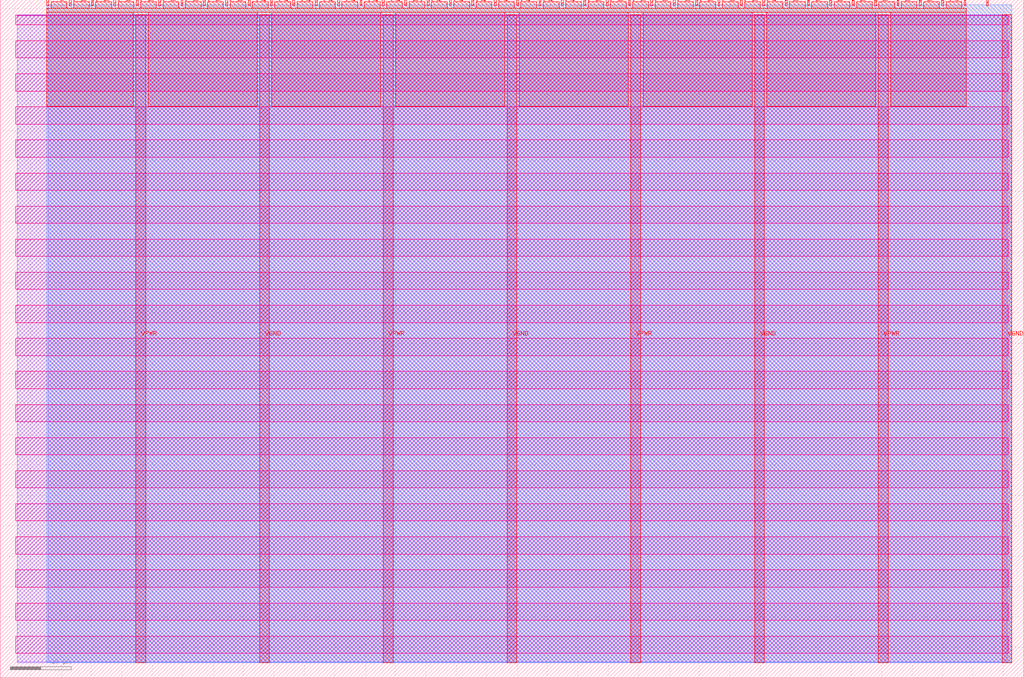
<source format=lef>
VERSION 5.7 ;
  NOWIREEXTENSIONATPIN ON ;
  DIVIDERCHAR "/" ;
  BUSBITCHARS "[]" ;
MACRO tt_um_led_multiplexer_display
  CLASS BLOCK ;
  FOREIGN tt_um_led_multiplexer_display ;
  ORIGIN 0.000 0.000 ;
  SIZE 168.360 BY 111.520 ;
  PIN VGND
    DIRECTION INOUT ;
    USE GROUND ;
    PORT
      LAYER met4 ;
        RECT 42.670 2.480 44.270 109.040 ;
    END
    PORT
      LAYER met4 ;
        RECT 83.380 2.480 84.980 109.040 ;
    END
    PORT
      LAYER met4 ;
        RECT 124.090 2.480 125.690 109.040 ;
    END
    PORT
      LAYER met4 ;
        RECT 164.800 2.480 166.400 109.040 ;
    END
  END VGND
  PIN VPWR
    DIRECTION INOUT ;
    USE POWER ;
    PORT
      LAYER met4 ;
        RECT 22.315 2.480 23.915 109.040 ;
    END
    PORT
      LAYER met4 ;
        RECT 63.025 2.480 64.625 109.040 ;
    END
    PORT
      LAYER met4 ;
        RECT 103.735 2.480 105.335 109.040 ;
    END
    PORT
      LAYER met4 ;
        RECT 144.445 2.480 146.045 109.040 ;
    END
  END VPWR
  PIN clk
    DIRECTION INPUT ;
    USE SIGNAL ;
    ANTENNAGATEAREA 0.852000 ;
    PORT
      LAYER met4 ;
        RECT 158.550 110.520 158.850 111.520 ;
    END
  END clk
  PIN ena
    DIRECTION INPUT ;
    USE SIGNAL ;
    PORT
      LAYER met4 ;
        RECT 162.230 110.520 162.530 111.520 ;
    END
  END ena
  PIN rst_n
    DIRECTION INPUT ;
    USE SIGNAL ;
    ANTENNAGATEAREA 0.196500 ;
    PORT
      LAYER met4 ;
        RECT 154.870 110.520 155.170 111.520 ;
    END
  END rst_n
  PIN ui_in[0]
    DIRECTION INPUT ;
    USE SIGNAL ;
    ANTENNAGATEAREA 0.196500 ;
    PORT
      LAYER met4 ;
        RECT 151.190 110.520 151.490 111.520 ;
    END
  END ui_in[0]
  PIN ui_in[1]
    DIRECTION INPUT ;
    USE SIGNAL ;
    ANTENNAGATEAREA 0.196500 ;
    PORT
      LAYER met4 ;
        RECT 147.510 110.520 147.810 111.520 ;
    END
  END ui_in[1]
  PIN ui_in[2]
    DIRECTION INPUT ;
    USE SIGNAL ;
    ANTENNAGATEAREA 0.196500 ;
    PORT
      LAYER met4 ;
        RECT 143.830 110.520 144.130 111.520 ;
    END
  END ui_in[2]
  PIN ui_in[3]
    DIRECTION INPUT ;
    USE SIGNAL ;
    ANTENNAGATEAREA 0.196500 ;
    PORT
      LAYER met4 ;
        RECT 140.150 110.520 140.450 111.520 ;
    END
  END ui_in[3]
  PIN ui_in[4]
    DIRECTION INPUT ;
    USE SIGNAL ;
    ANTENNAGATEAREA 0.196500 ;
    PORT
      LAYER met4 ;
        RECT 136.470 110.520 136.770 111.520 ;
    END
  END ui_in[4]
  PIN ui_in[5]
    DIRECTION INPUT ;
    USE SIGNAL ;
    ANTENNAGATEAREA 0.196500 ;
    PORT
      LAYER met4 ;
        RECT 132.790 110.520 133.090 111.520 ;
    END
  END ui_in[5]
  PIN ui_in[6]
    DIRECTION INPUT ;
    USE SIGNAL ;
    ANTENNAGATEAREA 0.213000 ;
    PORT
      LAYER met4 ;
        RECT 129.110 110.520 129.410 111.520 ;
    END
  END ui_in[6]
  PIN ui_in[7]
    DIRECTION INPUT ;
    USE SIGNAL ;
    PORT
      LAYER met4 ;
        RECT 125.430 110.520 125.730 111.520 ;
    END
  END ui_in[7]
  PIN uio_in[0]
    DIRECTION INPUT ;
    USE SIGNAL ;
    PORT
      LAYER met4 ;
        RECT 121.750 110.520 122.050 111.520 ;
    END
  END uio_in[0]
  PIN uio_in[1]
    DIRECTION INPUT ;
    USE SIGNAL ;
    PORT
      LAYER met4 ;
        RECT 118.070 110.520 118.370 111.520 ;
    END
  END uio_in[1]
  PIN uio_in[2]
    DIRECTION INPUT ;
    USE SIGNAL ;
    PORT
      LAYER met4 ;
        RECT 114.390 110.520 114.690 111.520 ;
    END
  END uio_in[2]
  PIN uio_in[3]
    DIRECTION INPUT ;
    USE SIGNAL ;
    PORT
      LAYER met4 ;
        RECT 110.710 110.520 111.010 111.520 ;
    END
  END uio_in[3]
  PIN uio_in[4]
    DIRECTION INPUT ;
    USE SIGNAL ;
    PORT
      LAYER met4 ;
        RECT 107.030 110.520 107.330 111.520 ;
    END
  END uio_in[4]
  PIN uio_in[5]
    DIRECTION INPUT ;
    USE SIGNAL ;
    PORT
      LAYER met4 ;
        RECT 103.350 110.520 103.650 111.520 ;
    END
  END uio_in[5]
  PIN uio_in[6]
    DIRECTION INPUT ;
    USE SIGNAL ;
    PORT
      LAYER met4 ;
        RECT 99.670 110.520 99.970 111.520 ;
    END
  END uio_in[6]
  PIN uio_in[7]
    DIRECTION INPUT ;
    USE SIGNAL ;
    PORT
      LAYER met4 ;
        RECT 95.990 110.520 96.290 111.520 ;
    END
  END uio_in[7]
  PIN uio_oe[0]
    DIRECTION OUTPUT TRISTATE ;
    USE SIGNAL ;
    PORT
      LAYER met4 ;
        RECT 33.430 110.520 33.730 111.520 ;
    END
  END uio_oe[0]
  PIN uio_oe[1]
    DIRECTION OUTPUT TRISTATE ;
    USE SIGNAL ;
    PORT
      LAYER met4 ;
        RECT 29.750 110.520 30.050 111.520 ;
    END
  END uio_oe[1]
  PIN uio_oe[2]
    DIRECTION OUTPUT TRISTATE ;
    USE SIGNAL ;
    PORT
      LAYER met4 ;
        RECT 26.070 110.520 26.370 111.520 ;
    END
  END uio_oe[2]
  PIN uio_oe[3]
    DIRECTION OUTPUT TRISTATE ;
    USE SIGNAL ;
    PORT
      LAYER met4 ;
        RECT 22.390 110.520 22.690 111.520 ;
    END
  END uio_oe[3]
  PIN uio_oe[4]
    DIRECTION OUTPUT TRISTATE ;
    USE SIGNAL ;
    PORT
      LAYER met4 ;
        RECT 18.710 110.520 19.010 111.520 ;
    END
  END uio_oe[4]
  PIN uio_oe[5]
    DIRECTION OUTPUT TRISTATE ;
    USE SIGNAL ;
    PORT
      LAYER met4 ;
        RECT 15.030 110.520 15.330 111.520 ;
    END
  END uio_oe[5]
  PIN uio_oe[6]
    DIRECTION OUTPUT TRISTATE ;
    USE SIGNAL ;
    PORT
      LAYER met4 ;
        RECT 11.350 110.520 11.650 111.520 ;
    END
  END uio_oe[6]
  PIN uio_oe[7]
    DIRECTION OUTPUT TRISTATE ;
    USE SIGNAL ;
    PORT
      LAYER met4 ;
        RECT 7.670 110.520 7.970 111.520 ;
    END
  END uio_oe[7]
  PIN uio_out[0]
    DIRECTION OUTPUT TRISTATE ;
    USE SIGNAL ;
    PORT
      LAYER met4 ;
        RECT 62.870 110.520 63.170 111.520 ;
    END
  END uio_out[0]
  PIN uio_out[1]
    DIRECTION OUTPUT TRISTATE ;
    USE SIGNAL ;
    PORT
      LAYER met4 ;
        RECT 59.190 110.520 59.490 111.520 ;
    END
  END uio_out[1]
  PIN uio_out[2]
    DIRECTION OUTPUT TRISTATE ;
    USE SIGNAL ;
    PORT
      LAYER met4 ;
        RECT 55.510 110.520 55.810 111.520 ;
    END
  END uio_out[2]
  PIN uio_out[3]
    DIRECTION OUTPUT TRISTATE ;
    USE SIGNAL ;
    PORT
      LAYER met4 ;
        RECT 51.830 110.520 52.130 111.520 ;
    END
  END uio_out[3]
  PIN uio_out[4]
    DIRECTION OUTPUT TRISTATE ;
    USE SIGNAL ;
    PORT
      LAYER met4 ;
        RECT 48.150 110.520 48.450 111.520 ;
    END
  END uio_out[4]
  PIN uio_out[5]
    DIRECTION OUTPUT TRISTATE ;
    USE SIGNAL ;
    PORT
      LAYER met4 ;
        RECT 44.470 110.520 44.770 111.520 ;
    END
  END uio_out[5]
  PIN uio_out[6]
    DIRECTION OUTPUT TRISTATE ;
    USE SIGNAL ;
    PORT
      LAYER met4 ;
        RECT 40.790 110.520 41.090 111.520 ;
    END
  END uio_out[6]
  PIN uio_out[7]
    DIRECTION OUTPUT TRISTATE ;
    USE SIGNAL ;
    PORT
      LAYER met4 ;
        RECT 37.110 110.520 37.410 111.520 ;
    END
  END uio_out[7]
  PIN uo_out[0]
    DIRECTION OUTPUT TRISTATE ;
    USE SIGNAL ;
    ANTENNAGATEAREA 0.247500 ;
    ANTENNADIFFAREA 0.891000 ;
    PORT
      LAYER met4 ;
        RECT 92.310 110.520 92.610 111.520 ;
    END
  END uo_out[0]
  PIN uo_out[1]
    DIRECTION OUTPUT TRISTATE ;
    USE SIGNAL ;
    ANTENNAGATEAREA 0.247500 ;
    ANTENNADIFFAREA 0.445500 ;
    PORT
      LAYER met4 ;
        RECT 88.630 110.520 88.930 111.520 ;
    END
  END uo_out[1]
  PIN uo_out[2]
    DIRECTION OUTPUT TRISTATE ;
    USE SIGNAL ;
    ANTENNAGATEAREA 0.247500 ;
    ANTENNADIFFAREA 0.891000 ;
    PORT
      LAYER met4 ;
        RECT 84.950 110.520 85.250 111.520 ;
    END
  END uo_out[2]
  PIN uo_out[3]
    DIRECTION OUTPUT TRISTATE ;
    USE SIGNAL ;
    ANTENNAGATEAREA 0.126000 ;
    ANTENNADIFFAREA 0.891000 ;
    PORT
      LAYER met4 ;
        RECT 81.270 110.520 81.570 111.520 ;
    END
  END uo_out[3]
  PIN uo_out[4]
    DIRECTION OUTPUT TRISTATE ;
    USE SIGNAL ;
    ANTENNAGATEAREA 0.247500 ;
    ANTENNADIFFAREA 0.445500 ;
    PORT
      LAYER met4 ;
        RECT 77.590 110.520 77.890 111.520 ;
    END
  END uo_out[4]
  PIN uo_out[5]
    DIRECTION OUTPUT TRISTATE ;
    USE SIGNAL ;
    ANTENNAGATEAREA 0.247500 ;
    ANTENNADIFFAREA 0.891000 ;
    PORT
      LAYER met4 ;
        RECT 73.910 110.520 74.210 111.520 ;
    END
  END uo_out[5]
  PIN uo_out[6]
    DIRECTION OUTPUT TRISTATE ;
    USE SIGNAL ;
    ANTENNAGATEAREA 0.247500 ;
    ANTENNADIFFAREA 0.445500 ;
    PORT
      LAYER met4 ;
        RECT 70.230 110.520 70.530 111.520 ;
    END
  END uo_out[6]
  PIN uo_out[7]
    DIRECTION OUTPUT TRISTATE ;
    USE SIGNAL ;
    ANTENNAGATEAREA 0.247500 ;
    ANTENNADIFFAREA 0.445500 ;
    PORT
      LAYER met4 ;
        RECT 66.550 110.520 66.850 111.520 ;
    END
  END uo_out[7]
  OBS
      LAYER nwell ;
        RECT 2.570 107.385 165.790 108.990 ;
        RECT 2.570 101.945 165.790 104.775 ;
        RECT 2.570 96.505 165.790 99.335 ;
        RECT 2.570 91.065 165.790 93.895 ;
        RECT 2.570 85.625 165.790 88.455 ;
        RECT 2.570 80.185 165.790 83.015 ;
        RECT 2.570 74.745 165.790 77.575 ;
        RECT 2.570 69.305 165.790 72.135 ;
        RECT 2.570 63.865 165.790 66.695 ;
        RECT 2.570 58.425 165.790 61.255 ;
        RECT 2.570 52.985 165.790 55.815 ;
        RECT 2.570 47.545 165.790 50.375 ;
        RECT 2.570 42.105 165.790 44.935 ;
        RECT 2.570 36.665 165.790 39.495 ;
        RECT 2.570 31.225 165.790 34.055 ;
        RECT 2.570 25.785 165.790 28.615 ;
        RECT 2.570 20.345 165.790 23.175 ;
        RECT 2.570 14.905 165.790 17.735 ;
        RECT 2.570 9.465 165.790 12.295 ;
        RECT 2.570 4.025 165.790 6.855 ;
      LAYER li1 ;
        RECT 2.760 2.635 165.600 108.885 ;
      LAYER met1 ;
        RECT 2.760 2.480 166.400 109.040 ;
      LAYER met2 ;
        RECT 7.910 2.535 166.370 110.685 ;
      LAYER met3 ;
        RECT 7.630 2.555 166.390 110.665 ;
      LAYER met4 ;
        RECT 8.370 110.120 10.950 111.170 ;
        RECT 12.050 110.120 14.630 111.170 ;
        RECT 15.730 110.120 18.310 111.170 ;
        RECT 19.410 110.120 21.990 111.170 ;
        RECT 23.090 110.120 25.670 111.170 ;
        RECT 26.770 110.120 29.350 111.170 ;
        RECT 30.450 110.120 33.030 111.170 ;
        RECT 34.130 110.120 36.710 111.170 ;
        RECT 37.810 110.120 40.390 111.170 ;
        RECT 41.490 110.120 44.070 111.170 ;
        RECT 45.170 110.120 47.750 111.170 ;
        RECT 48.850 110.120 51.430 111.170 ;
        RECT 52.530 110.120 55.110 111.170 ;
        RECT 56.210 110.120 58.790 111.170 ;
        RECT 59.890 110.120 62.470 111.170 ;
        RECT 63.570 110.120 66.150 111.170 ;
        RECT 67.250 110.120 69.830 111.170 ;
        RECT 70.930 110.120 73.510 111.170 ;
        RECT 74.610 110.120 77.190 111.170 ;
        RECT 78.290 110.120 80.870 111.170 ;
        RECT 81.970 110.120 84.550 111.170 ;
        RECT 85.650 110.120 88.230 111.170 ;
        RECT 89.330 110.120 91.910 111.170 ;
        RECT 93.010 110.120 95.590 111.170 ;
        RECT 96.690 110.120 99.270 111.170 ;
        RECT 100.370 110.120 102.950 111.170 ;
        RECT 104.050 110.120 106.630 111.170 ;
        RECT 107.730 110.120 110.310 111.170 ;
        RECT 111.410 110.120 113.990 111.170 ;
        RECT 115.090 110.120 117.670 111.170 ;
        RECT 118.770 110.120 121.350 111.170 ;
        RECT 122.450 110.120 125.030 111.170 ;
        RECT 126.130 110.120 128.710 111.170 ;
        RECT 129.810 110.120 132.390 111.170 ;
        RECT 133.490 110.120 136.070 111.170 ;
        RECT 137.170 110.120 139.750 111.170 ;
        RECT 140.850 110.120 143.430 111.170 ;
        RECT 144.530 110.120 147.110 111.170 ;
        RECT 148.210 110.120 150.790 111.170 ;
        RECT 151.890 110.120 154.470 111.170 ;
        RECT 155.570 110.120 158.150 111.170 ;
        RECT 7.655 109.440 158.865 110.120 ;
        RECT 7.655 94.015 21.915 109.440 ;
        RECT 24.315 94.015 42.270 109.440 ;
        RECT 44.670 94.015 62.625 109.440 ;
        RECT 65.025 94.015 82.980 109.440 ;
        RECT 85.380 94.015 103.335 109.440 ;
        RECT 105.735 94.015 123.690 109.440 ;
        RECT 126.090 94.015 144.045 109.440 ;
        RECT 146.445 94.015 158.865 109.440 ;
  END
END tt_um_led_multiplexer_display
END LIBRARY


</source>
